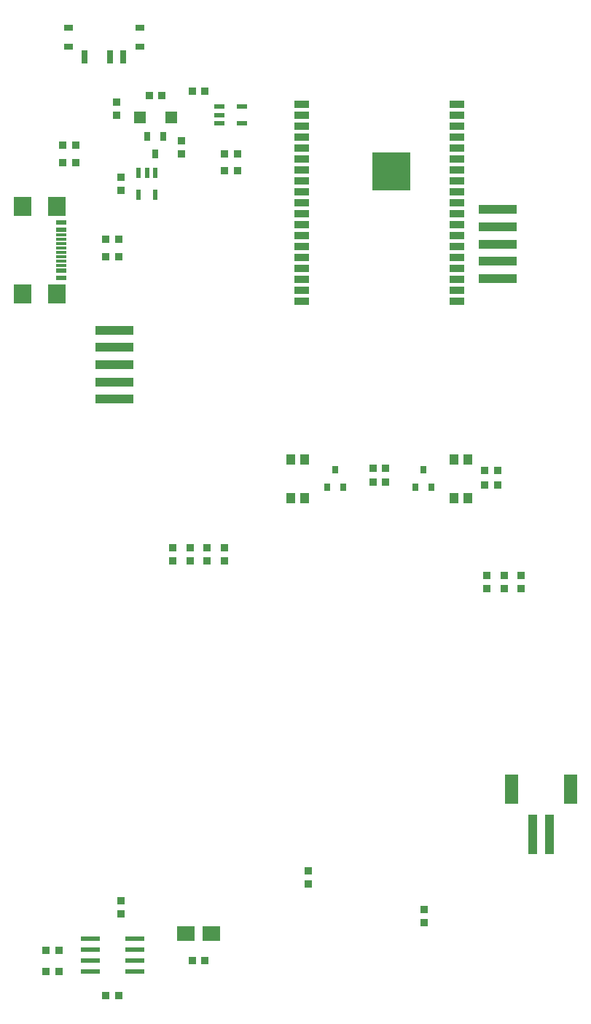
<source format=gbp>
G04 EAGLE Gerber RS-274X export*
G75*
%MOMM*%
%FSLAX34Y34*%
%LPD*%
%INBottom Paste*%
%IPPOS*%
%AMOC8*
5,1,8,0,0,1.08239X$1,22.5*%
G01*
%ADD10R,0.900000X0.900000*%
%ADD11R,0.700000X1.500000*%
%ADD12R,1.000000X0.800000*%
%ADD13R,0.550000X1.200000*%
%ADD14R,1.200000X0.550000*%
%ADD15R,1.400000X1.400000*%
%ADD16R,0.635000X1.016000*%
%ADD17R,0.800000X0.900000*%
%ADD18R,1.000000X1.300000*%
%ADD19R,1.000000X1.200000*%
%ADD20R,4.500000X1.000000*%
%ADD21R,1.000000X4.600000*%
%ADD22R,1.600000X3.400000*%
%ADD23R,2.200000X0.600000*%
%ADD24R,2.150000X1.800000*%
%ADD25R,1.700000X0.900000*%
%ADD26R,4.500000X4.500000*%
%ADD27R,1.150000X0.600000*%
%ADD28R,1.150000X0.300000*%
%ADD29R,2.000000X2.180000*%


D10*
X62500Y1005000D03*
X77500Y1005000D03*
D11*
X87500Y1107500D03*
X117500Y1107500D03*
D12*
X68500Y1119000D03*
X68500Y1141000D03*
X151500Y1141000D03*
X151500Y1119000D03*
D11*
X132500Y1107500D03*
D13*
X150500Y973001D03*
X160000Y973001D03*
X169500Y973001D03*
X169500Y946999D03*
X150500Y946999D03*
D10*
X200000Y995000D03*
X200000Y1010000D03*
X130000Y967500D03*
X130000Y952500D03*
X177500Y1062500D03*
X162500Y1062500D03*
X265000Y975000D03*
X250000Y975000D03*
X265000Y995000D03*
X250000Y995000D03*
D14*
X244499Y1030500D03*
X244499Y1040000D03*
X244499Y1049500D03*
X270501Y1049500D03*
X270501Y1030500D03*
D15*
X151500Y1037500D03*
X188500Y1037500D03*
D10*
X212500Y1067500D03*
X227500Y1067500D03*
D16*
X160000Y1015000D03*
X179000Y1015000D03*
X169500Y995000D03*
D10*
X125000Y1055000D03*
X125000Y1040000D03*
D17*
X490650Y607500D03*
X471650Y607500D03*
X481150Y628500D03*
X388350Y607500D03*
X369350Y607500D03*
X378850Y628500D03*
D10*
X437500Y630000D03*
X422500Y630000D03*
X422500Y613650D03*
X437500Y613650D03*
X552500Y627500D03*
X567500Y627500D03*
D18*
X533000Y639800D03*
X533000Y595200D03*
X517000Y595200D03*
D19*
X517000Y639800D03*
D18*
X327000Y595200D03*
X327000Y639800D03*
X343000Y639800D03*
D19*
X343000Y595200D03*
D20*
X567500Y850000D03*
X567500Y870000D03*
X567500Y890000D03*
X567500Y910000D03*
X567500Y930000D03*
D10*
X77500Y985000D03*
X62500Y985000D03*
D21*
X628000Y205000D03*
X608000Y205000D03*
D22*
X652000Y257000D03*
X584000Y257000D03*
D10*
X127500Y17500D03*
X112500Y17500D03*
X347500Y147500D03*
X347500Y162500D03*
X210000Y537500D03*
X210000Y522500D03*
X250000Y537500D03*
X250000Y522500D03*
X190000Y537500D03*
X190000Y522500D03*
X230000Y537500D03*
X230000Y522500D03*
D23*
X94000Y45950D03*
X94000Y58650D03*
X94000Y71350D03*
X94000Y84050D03*
X146000Y84050D03*
X146000Y71350D03*
X146000Y58650D03*
X146000Y45950D03*
D10*
X57500Y70000D03*
X42500Y70000D03*
X212500Y58650D03*
X227500Y58650D03*
X57500Y45950D03*
X42500Y45950D03*
D24*
X205250Y90000D03*
X234750Y90000D03*
D10*
X130000Y112500D03*
X130000Y127500D03*
X482500Y117500D03*
X482500Y102500D03*
D20*
X122500Y790000D03*
X122500Y770000D03*
X122500Y750000D03*
X122500Y730000D03*
X122500Y710000D03*
D25*
X340000Y824000D03*
X520000Y824000D03*
X520000Y1027200D03*
X520000Y1052600D03*
D26*
X443800Y974700D03*
D25*
X340000Y1052600D03*
X520000Y874800D03*
X340000Y887500D03*
X340000Y874800D03*
X340000Y900200D03*
X340000Y938300D03*
X520000Y887500D03*
X520000Y862100D03*
X520000Y900200D03*
X340000Y862100D03*
X340000Y951000D03*
X340000Y963700D03*
X340000Y989100D03*
X340000Y1027200D03*
X340000Y1039900D03*
X520000Y938300D03*
X520000Y925600D03*
X520000Y912900D03*
X520000Y963700D03*
X520000Y951000D03*
X520000Y989100D03*
X520000Y976400D03*
X340000Y976400D03*
X340000Y912900D03*
X340000Y925600D03*
X340000Y1001800D03*
X340000Y836700D03*
X340000Y849400D03*
X520000Y849400D03*
X520000Y836700D03*
X520000Y1001800D03*
X520000Y1014500D03*
X340000Y1014500D03*
X520000Y1039900D03*
D10*
X567500Y610000D03*
X552500Y610000D03*
X555000Y505500D03*
X555000Y490500D03*
X575000Y490500D03*
X575000Y505500D03*
X595000Y490500D03*
X595000Y505500D03*
D27*
X60750Y851000D03*
X60750Y859000D03*
X60750Y907000D03*
X60750Y915000D03*
D28*
X60750Y865500D03*
X60750Y900500D03*
X60750Y870500D03*
X60750Y895500D03*
X60750Y875500D03*
X60750Y890500D03*
X60750Y880500D03*
X60750Y885500D03*
D29*
X55000Y831900D03*
X55000Y934100D03*
X15700Y831900D03*
X15700Y934100D03*
D10*
X127500Y895500D03*
X112500Y895500D03*
X127500Y875500D03*
X112500Y875500D03*
M02*

</source>
